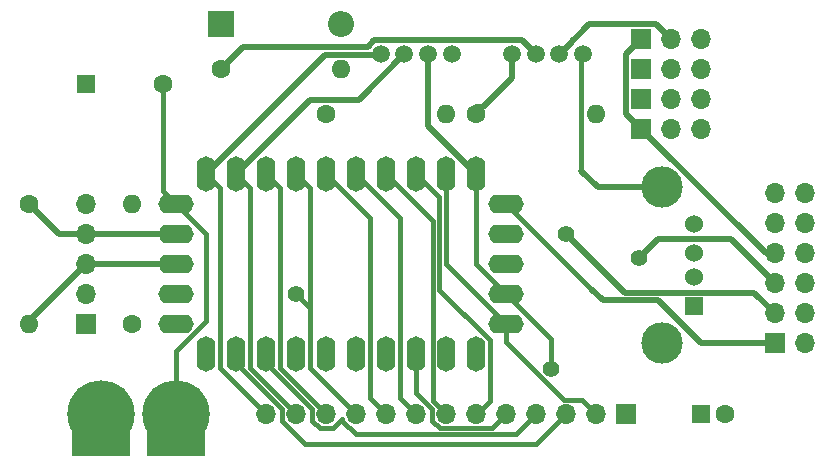
<source format=gbr>
G04 #@! TF.GenerationSoftware,KiCad,Pcbnew,5.1.9-73d0e3b20d~88~ubuntu20.04.1*
G04 #@! TF.CreationDate,2021-11-29T19:04:58+09:00*
G04 #@! TF.ProjectId,AKBONE2020LGT8F,414b424f-4e45-4323-9032-304c47543846,rev?*
G04 #@! TF.SameCoordinates,Original*
G04 #@! TF.FileFunction,Copper,L1,Top*
G04 #@! TF.FilePolarity,Positive*
%FSLAX46Y46*%
G04 Gerber Fmt 4.6, Leading zero omitted, Abs format (unit mm)*
G04 Created by KiCad (PCBNEW 5.1.9-73d0e3b20d~88~ubuntu20.04.1) date 2021-11-29 19:04:58*
%MOMM*%
%LPD*%
G01*
G04 APERTURE LIST*
G04 #@! TA.AperFunction,SMDPad,CuDef*
%ADD10R,5.000000X2.000000*%
G04 #@! TD*
G04 #@! TA.AperFunction,ComponentPad*
%ADD11R,1.600000X1.600000*%
G04 #@! TD*
G04 #@! TA.AperFunction,ComponentPad*
%ADD12C,1.600000*%
G04 #@! TD*
G04 #@! TA.AperFunction,ComponentPad*
%ADD13R,2.200000X2.200000*%
G04 #@! TD*
G04 #@! TA.AperFunction,ComponentPad*
%ADD14O,2.200000X2.200000*%
G04 #@! TD*
G04 #@! TA.AperFunction,ComponentPad*
%ADD15R,1.700000X1.700000*%
G04 #@! TD*
G04 #@! TA.AperFunction,ComponentPad*
%ADD16O,1.700000X1.700000*%
G04 #@! TD*
G04 #@! TA.AperFunction,ComponentPad*
%ADD17C,3.500000*%
G04 #@! TD*
G04 #@! TA.AperFunction,ComponentPad*
%ADD18R,1.524000X1.524000*%
G04 #@! TD*
G04 #@! TA.AperFunction,ComponentPad*
%ADD19C,1.524000*%
G04 #@! TD*
G04 #@! TA.AperFunction,ComponentPad*
%ADD20C,1.500000*%
G04 #@! TD*
G04 #@! TA.AperFunction,ComponentPad*
%ADD21O,1.600000X3.000000*%
G04 #@! TD*
G04 #@! TA.AperFunction,ComponentPad*
%ADD22O,3.000000X1.600000*%
G04 #@! TD*
G04 #@! TA.AperFunction,ComponentPad*
%ADD23C,5.700000*%
G04 #@! TD*
G04 #@! TA.AperFunction,ComponentPad*
%ADD24O,1.600000X1.600000*%
G04 #@! TD*
G04 #@! TA.AperFunction,ViaPad*
%ADD25C,1.399540*%
G04 #@! TD*
G04 #@! TA.AperFunction,Conductor*
%ADD26C,0.381000*%
G04 #@! TD*
G04 #@! TA.AperFunction,Conductor*
%ADD27C,0.508000*%
G04 #@! TD*
G04 APERTURE END LIST*
D10*
X173990000Y-125730000D03*
X180340000Y-125730000D03*
D11*
X224790000Y-123190000D03*
D12*
X226790000Y-123190000D03*
D13*
X184150000Y-90170000D03*
D14*
X194310000Y-90170000D03*
D15*
X172720000Y-115570000D03*
D16*
X172720000Y-113030000D03*
X172720000Y-110490000D03*
X172720000Y-107950000D03*
X172720000Y-105410000D03*
D15*
X218440000Y-123190000D03*
D16*
X215900000Y-123190000D03*
X213360000Y-123190000D03*
X210820000Y-123190000D03*
X208280000Y-123190000D03*
X205740000Y-123190000D03*
X203200000Y-123190000D03*
X200660000Y-123190000D03*
X198120000Y-123190000D03*
X195580000Y-123190000D03*
X193040000Y-123190000D03*
X190500000Y-123190000D03*
X187960000Y-123190000D03*
D17*
X221500000Y-104000000D03*
X221500000Y-117140000D03*
D18*
X224210000Y-114070000D03*
D19*
X224210000Y-111570000D03*
X224210000Y-109570000D03*
X224210000Y-107070000D03*
D15*
X219710000Y-99060000D03*
D16*
X222250000Y-99060000D03*
X224790000Y-99060000D03*
X224790000Y-96520000D03*
X222250000Y-96520000D03*
D15*
X219710000Y-96520000D03*
D20*
X197660000Y-92710000D03*
X199660000Y-92710000D03*
X201660000Y-92710000D03*
X203660000Y-92710000D03*
D21*
X182880000Y-118110000D03*
X185420000Y-118110000D03*
X187960000Y-118110000D03*
X190500000Y-118110000D03*
X193040000Y-118110000D03*
X195580000Y-118110000D03*
X198120000Y-118110000D03*
X200660000Y-118110000D03*
X203200000Y-118110000D03*
X205740000Y-118110000D03*
D22*
X208280000Y-115570000D03*
X208280000Y-113030000D03*
X208280000Y-110490000D03*
X208280000Y-107950000D03*
X208280000Y-105410000D03*
D21*
X205740000Y-102870000D03*
X203200000Y-102870000D03*
X200660000Y-102870000D03*
X198120000Y-102870000D03*
X195580000Y-102870000D03*
X193040000Y-102870000D03*
X190500000Y-102870000D03*
X187960000Y-102870000D03*
X185420000Y-102870000D03*
X182880000Y-102870000D03*
D22*
X180340000Y-105410000D03*
X180340000Y-107950000D03*
X180340000Y-110490000D03*
X180340000Y-113030000D03*
X180340000Y-115570000D03*
D15*
X231000000Y-117200000D03*
D16*
X233540000Y-117200000D03*
X231000000Y-114660000D03*
X233540000Y-114660000D03*
X231000000Y-112120000D03*
X233540000Y-112120000D03*
X231000000Y-109580000D03*
X233540000Y-109580000D03*
X231000000Y-107040000D03*
X233540000Y-107040000D03*
X231000000Y-104500000D03*
X233540000Y-104500000D03*
D11*
X172720000Y-95250000D03*
D12*
X179220000Y-95250000D03*
D23*
X173990000Y-123190000D03*
X180340000Y-123190000D03*
D15*
X219710000Y-93980000D03*
D16*
X222250000Y-93980000D03*
X224790000Y-93980000D03*
X224790000Y-91440000D03*
X222250000Y-91440000D03*
D15*
X219710000Y-91440000D03*
D20*
X208788000Y-92710000D03*
X210788000Y-92710000D03*
X212788000Y-92710000D03*
X214788000Y-92710000D03*
D24*
X167900000Y-115560000D03*
D12*
X167900000Y-105400000D03*
X205740000Y-97790000D03*
D24*
X215900000Y-97790000D03*
X203200000Y-97790000D03*
D12*
X193040000Y-97790000D03*
X184150000Y-93980000D03*
D24*
X194310000Y-93980000D03*
D12*
X176600000Y-115560000D03*
D24*
X176600000Y-105400000D03*
D25*
X212090000Y-119380000D03*
X190500000Y-113030000D03*
X213360000Y-107950000D03*
X219500000Y-110000000D03*
D26*
X214709499Y-121999499D02*
X215900000Y-123190000D01*
X213169897Y-121999499D02*
X214709499Y-121999499D01*
X208280000Y-117109602D02*
X213169897Y-121999499D01*
X208280000Y-115570000D02*
X208280000Y-117109602D01*
X203200000Y-110490000D02*
X203200000Y-102870000D01*
X208280000Y-115570000D02*
X203200000Y-110490000D01*
X180340000Y-105410000D02*
X182880000Y-107950000D01*
X180340000Y-117882924D02*
X180340000Y-123190000D01*
X182880000Y-115342924D02*
X180340000Y-117882924D01*
X182880000Y-107950000D02*
X182880000Y-115342924D01*
X179220000Y-104290000D02*
X180340000Y-105410000D01*
X179220000Y-95250000D02*
X179220000Y-104290000D01*
D27*
X216016540Y-104000000D02*
X214630000Y-102613460D01*
X221500000Y-104000000D02*
X216016540Y-104000000D01*
D26*
X214630000Y-102613460D02*
X214630000Y-92710000D01*
X213360000Y-123190000D02*
X210820000Y-125730000D01*
X185420000Y-118860960D02*
X185420000Y-118110000D01*
X189309499Y-122750459D02*
X185420000Y-118860960D01*
X189309499Y-123761441D02*
X189309499Y-122750459D01*
X191278058Y-125730000D02*
X189309499Y-123761441D01*
X210820000Y-125730000D02*
X191278058Y-125730000D01*
X180340000Y-110717076D02*
X180340000Y-110490000D01*
D27*
X180340000Y-110490000D02*
X176530000Y-110490000D01*
X176530000Y-110490000D02*
X172720000Y-110490000D01*
X167900000Y-115310000D02*
X167900000Y-115560000D01*
X172720000Y-110490000D02*
X167900000Y-115310000D01*
X220964001Y-100314001D02*
X219710000Y-99060000D01*
X218455999Y-97805999D02*
X219710000Y-99060000D01*
X218455999Y-92694001D02*
X218455999Y-97805999D01*
X219710000Y-91440000D02*
X218455999Y-92694001D01*
X230230000Y-109580000D02*
X219710000Y-99060000D01*
X231000000Y-109580000D02*
X230230000Y-109580000D01*
D26*
X202059490Y-106809490D02*
X198120000Y-102870000D01*
X202059490Y-122049490D02*
X202059490Y-106809490D01*
X203200000Y-123190000D02*
X202059490Y-122049490D01*
X212090000Y-116840000D02*
X212090000Y-119380000D01*
X208280000Y-113030000D02*
X212090000Y-116840000D01*
X205740000Y-110490000D02*
X208280000Y-113030000D01*
X205740000Y-102870000D02*
X205740000Y-110490000D01*
D27*
X172720000Y-107950000D02*
X176530000Y-107950000D01*
X176530000Y-107950000D02*
X180340000Y-107950000D01*
X201660000Y-98790000D02*
X201660000Y-92710000D01*
X205740000Y-102870000D02*
X201660000Y-98790000D01*
X170450000Y-107950000D02*
X167900000Y-105400000D01*
X172720000Y-107950000D02*
X170450000Y-107950000D01*
D26*
X192468559Y-124380501D02*
X191849499Y-123761441D01*
X191849499Y-122750459D02*
X187960000Y-118860960D01*
X193611441Y-124380501D02*
X192468559Y-124380501D01*
X187960000Y-118860960D02*
X187960000Y-118110000D01*
X194389499Y-123602443D02*
X193611441Y-124380501D01*
X194389499Y-123761441D02*
X194389499Y-123602443D01*
X195539569Y-124911511D02*
X194389499Y-123761441D01*
X191849499Y-123761441D02*
X191849499Y-122750459D01*
X209098489Y-124911511D02*
X195539569Y-124911511D01*
X210820000Y-123190000D02*
X209098489Y-124911511D01*
X200660000Y-121400961D02*
X200660000Y-118110000D01*
X202009499Y-122750460D02*
X200660000Y-121400961D01*
X202009499Y-123761441D02*
X202009499Y-122750460D01*
X202628559Y-124380501D02*
X202009499Y-123761441D01*
X207089499Y-124380501D02*
X202628559Y-124380501D01*
X208280000Y-123190000D02*
X207089499Y-124380501D01*
X222529499Y-96799499D02*
X222250000Y-96520000D01*
X202590500Y-104800500D02*
X200660000Y-102870000D01*
X202590500Y-112647576D02*
X202590500Y-104800500D01*
X206880510Y-116937586D02*
X202590500Y-112647576D01*
X206880510Y-122049490D02*
X206880510Y-116937586D01*
X205740000Y-123190000D02*
X206880510Y-122049490D01*
X199260510Y-106550510D02*
X195580000Y-102870000D01*
X199260510Y-121790510D02*
X199260510Y-106550510D01*
X200660000Y-123190000D02*
X199260510Y-121790510D01*
X196720510Y-106550510D02*
X193040000Y-102870000D01*
X196720510Y-121790510D02*
X196720510Y-106550510D01*
X198120000Y-123190000D02*
X196720510Y-121790510D01*
X191640510Y-104010510D02*
X190500000Y-102870000D01*
X195580000Y-123190000D02*
X191640510Y-119250510D01*
X191640510Y-114170510D02*
X191640510Y-114429490D01*
X190500000Y-113030000D02*
X191640510Y-114170510D01*
X191640510Y-114429490D02*
X191640510Y-104010510D01*
X191640510Y-119250510D02*
X191640510Y-114429490D01*
X189100510Y-104010510D02*
X187960000Y-102870000D01*
X189100510Y-119250510D02*
X189100510Y-104010510D01*
X193040000Y-123190000D02*
X189100510Y-119250510D01*
X186560510Y-119250510D02*
X186560510Y-104010510D01*
X186560510Y-104010510D02*
X185420000Y-102870000D01*
X190500000Y-123190000D02*
X186560510Y-119250510D01*
D27*
X191704001Y-96585999D02*
X185420000Y-102870000D01*
X195784001Y-96585999D02*
X191704001Y-96585999D01*
X199660000Y-92710000D02*
X195784001Y-96585999D01*
D26*
X184020510Y-104010510D02*
X182880000Y-102870000D01*
X184020510Y-119250510D02*
X184020510Y-104010510D01*
X187960000Y-123190000D02*
X184020510Y-119250510D01*
D27*
X197660000Y-92710000D02*
X197594001Y-92775999D01*
X197594001Y-92775999D02*
X192974001Y-92775999D01*
X192974001Y-92775999D02*
X182880000Y-102870000D01*
D26*
X215448488Y-112578488D02*
X208280000Y-105410000D01*
D27*
X231000000Y-117200000D02*
X224747922Y-117200000D01*
X224747922Y-117200000D02*
X221109932Y-113562010D01*
X221109932Y-113562010D02*
X216432010Y-113562010D01*
X216432010Y-113562010D02*
X215448488Y-112578488D01*
D26*
X215979499Y-110569499D02*
X213360000Y-107950000D01*
D27*
X231000000Y-114660000D02*
X229243999Y-112903999D01*
X229243999Y-112903999D02*
X218313999Y-112903999D01*
X218313999Y-112903999D02*
X213360000Y-107950000D01*
X227283999Y-108403999D02*
X221596001Y-108403999D01*
X231000000Y-112120000D02*
X227283999Y-108403999D01*
X221596001Y-108403999D02*
X221096001Y-108403999D01*
X221096001Y-108403999D02*
X219500000Y-110000000D01*
X206334510Y-97195490D02*
X205740000Y-97195490D01*
X208788000Y-94742000D02*
X206334510Y-97195490D01*
X208788000Y-92710000D02*
X208788000Y-94742000D01*
X197106079Y-91555999D02*
X209633999Y-91555999D01*
X209633999Y-91555999D02*
X210788000Y-92710000D01*
X184150000Y-93980000D02*
X186012012Y-92117988D01*
X196544090Y-92117988D02*
X197106079Y-91555999D01*
X186012012Y-92117988D02*
X196544090Y-92117988D01*
X220995999Y-90185999D02*
X222250000Y-91440000D01*
X215312001Y-90185999D02*
X220995999Y-90185999D01*
X213328000Y-92170000D02*
X215312001Y-90185999D01*
X212788000Y-92710000D02*
X213328000Y-92170000D01*
X213328000Y-92170000D02*
X214058000Y-91440000D01*
M02*

</source>
